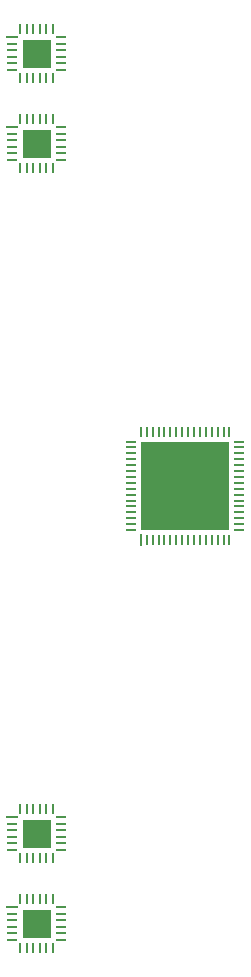
<source format=gtp>
%FSAX24Y24*%
%MOIN*%
G70*
G01*
G75*
G04 Layer_Color=8421504*
%ADD10R,0.0394X0.0098*%
%ADD11O,0.0394X0.0098*%
%ADD12O,0.0098X0.0394*%
%ADD13R,0.0921X0.0921*%
%ADD14R,0.2953X0.2953*%
%ADD15R,0.0098X0.0394*%
G54D10*
X021750Y022400D02*
D03*
Y025400D02*
D03*
Y048400D02*
D03*
Y051400D02*
D03*
G54D11*
Y022183D02*
D03*
Y021967D02*
D03*
Y021750D02*
D03*
Y021534D02*
D03*
Y021317D02*
D03*
X023384D02*
D03*
Y021534D02*
D03*
Y021750D02*
D03*
Y021967D02*
D03*
Y022183D02*
D03*
Y022400D02*
D03*
X021750Y025183D02*
D03*
Y024967D02*
D03*
Y024750D02*
D03*
Y024534D02*
D03*
Y024317D02*
D03*
X023384D02*
D03*
Y024534D02*
D03*
Y024750D02*
D03*
Y024967D02*
D03*
Y025183D02*
D03*
Y025400D02*
D03*
X021750Y048183D02*
D03*
Y047967D02*
D03*
Y047750D02*
D03*
Y047534D02*
D03*
Y047317D02*
D03*
X023384D02*
D03*
Y047534D02*
D03*
Y047750D02*
D03*
Y047967D02*
D03*
Y048183D02*
D03*
Y048400D02*
D03*
X021750Y051183D02*
D03*
Y050967D02*
D03*
Y050750D02*
D03*
Y050534D02*
D03*
Y050317D02*
D03*
X023384D02*
D03*
Y050534D02*
D03*
Y050750D02*
D03*
Y050967D02*
D03*
Y051183D02*
D03*
Y051400D02*
D03*
X029318Y034967D02*
D03*
Y035163D02*
D03*
Y035360D02*
D03*
Y035557D02*
D03*
Y035754D02*
D03*
Y035951D02*
D03*
Y036148D02*
D03*
Y036344D02*
D03*
Y036541D02*
D03*
Y036738D02*
D03*
Y036935D02*
D03*
Y037132D02*
D03*
Y037329D02*
D03*
Y037526D02*
D03*
Y037722D02*
D03*
Y037919D02*
D03*
X025735D02*
D03*
Y037722D02*
D03*
Y037526D02*
D03*
Y037329D02*
D03*
Y037132D02*
D03*
Y036935D02*
D03*
Y036738D02*
D03*
Y036541D02*
D03*
Y036344D02*
D03*
Y036148D02*
D03*
Y035951D02*
D03*
Y035754D02*
D03*
Y035557D02*
D03*
Y035360D02*
D03*
Y035163D02*
D03*
Y034967D02*
D03*
G54D12*
X022026Y021042D02*
D03*
X022242D02*
D03*
X022459D02*
D03*
X022675D02*
D03*
X022892D02*
D03*
X023108D02*
D03*
Y022676D02*
D03*
X022892D02*
D03*
X022675D02*
D03*
X022459D02*
D03*
X022242D02*
D03*
X022026D02*
D03*
Y024042D02*
D03*
X022242D02*
D03*
X022459D02*
D03*
X022675D02*
D03*
X022892D02*
D03*
X023108D02*
D03*
Y025676D02*
D03*
X022892D02*
D03*
X022675D02*
D03*
X022459D02*
D03*
X022242D02*
D03*
X022026D02*
D03*
Y047042D02*
D03*
X022242D02*
D03*
X022459D02*
D03*
X022675D02*
D03*
X022892D02*
D03*
X023108D02*
D03*
Y048676D02*
D03*
X022892D02*
D03*
X022675D02*
D03*
X022459D02*
D03*
X022242D02*
D03*
X022026D02*
D03*
Y050042D02*
D03*
X022242D02*
D03*
X022459D02*
D03*
X022675D02*
D03*
X022892D02*
D03*
X023108D02*
D03*
Y051676D02*
D03*
X022892D02*
D03*
X022675D02*
D03*
X022459D02*
D03*
X022242D02*
D03*
X022026D02*
D03*
X026247Y034652D02*
D03*
X026444D02*
D03*
X026641D02*
D03*
X026837D02*
D03*
X027034D02*
D03*
X027231D02*
D03*
X027428D02*
D03*
X027625D02*
D03*
X027822D02*
D03*
X028019D02*
D03*
X028215D02*
D03*
X028412D02*
D03*
X028609D02*
D03*
X028806D02*
D03*
X029003D02*
D03*
Y038234D02*
D03*
X028806D02*
D03*
X028609D02*
D03*
X028412D02*
D03*
X028215D02*
D03*
X028019D02*
D03*
X027822D02*
D03*
X027625D02*
D03*
X027428D02*
D03*
X027231D02*
D03*
X027034D02*
D03*
X026837D02*
D03*
X026641D02*
D03*
X026444D02*
D03*
X026247D02*
D03*
X026050D02*
D03*
G54D13*
X022577Y021849D02*
D03*
Y024849D02*
D03*
Y047849D02*
D03*
Y050849D02*
D03*
G54D14*
X027526Y036443D02*
D03*
G54D15*
X026050Y034652D02*
D03*
M02*

</source>
